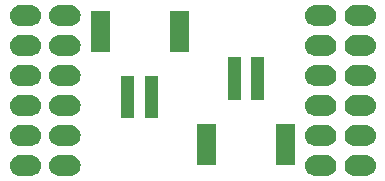
<source format=gbr>
G04 #@! TF.GenerationSoftware,KiCad,Pcbnew,5.1.4+dfsg1-1*
G04 #@! TF.CreationDate,2019-11-09T04:53:54-08:00*
G04 #@! TF.ProjectId,pmod-level-conv,706d6f64-2d6c-4657-9665-6c2d636f6e76,rev?*
G04 #@! TF.SameCoordinates,PX5095e20PY5204180*
G04 #@! TF.FileFunction,Soldermask,Bot*
G04 #@! TF.FilePolarity,Negative*
%FSLAX46Y46*%
G04 Gerber Fmt 4.6, Leading zero omitted, Abs format (unit mm)*
G04 Created by KiCad (PCBNEW 5.1.4+dfsg1-1) date 2019-11-09 04:53:54*
%MOMM*%
%LPD*%
G04 APERTURE LIST*
%ADD10C,0.100000*%
G04 APERTURE END LIST*
D10*
G36*
X5700442Y2544482D02*
G01*
X5766627Y2537963D01*
X5936466Y2486443D01*
X6092991Y2402778D01*
X6128729Y2373448D01*
X6230186Y2290186D01*
X6313448Y2188729D01*
X6342778Y2152991D01*
X6426443Y1996466D01*
X6477963Y1826627D01*
X6495359Y1650000D01*
X6477963Y1473373D01*
X6426443Y1303534D01*
X6342778Y1147009D01*
X6313448Y1111271D01*
X6230186Y1009814D01*
X6128729Y926552D01*
X6092991Y897222D01*
X5936466Y813557D01*
X5766627Y762037D01*
X5700443Y755519D01*
X5634260Y749000D01*
X4705740Y749000D01*
X4639557Y755519D01*
X4573373Y762037D01*
X4403534Y813557D01*
X4247009Y897222D01*
X4211271Y926552D01*
X4109814Y1009814D01*
X4026552Y1111271D01*
X3997222Y1147009D01*
X3913557Y1303534D01*
X3862037Y1473373D01*
X3844641Y1650000D01*
X3862037Y1826627D01*
X3913557Y1996466D01*
X3997222Y2152991D01*
X4026552Y2188729D01*
X4109814Y2290186D01*
X4211271Y2373448D01*
X4247009Y2402778D01*
X4403534Y2486443D01*
X4573373Y2537963D01*
X4639558Y2544482D01*
X4705740Y2551000D01*
X5634260Y2551000D01*
X5700442Y2544482D01*
X5700442Y2544482D01*
G37*
G36*
X27360442Y2544482D02*
G01*
X27426627Y2537963D01*
X27596466Y2486443D01*
X27752991Y2402778D01*
X27788729Y2373448D01*
X27890186Y2290186D01*
X27973448Y2188729D01*
X28002778Y2152991D01*
X28086443Y1996466D01*
X28137963Y1826627D01*
X28155359Y1650000D01*
X28137963Y1473373D01*
X28086443Y1303534D01*
X28002778Y1147009D01*
X27973448Y1111271D01*
X27890186Y1009814D01*
X27788729Y926552D01*
X27752991Y897222D01*
X27596466Y813557D01*
X27426627Y762037D01*
X27360443Y755519D01*
X27294260Y749000D01*
X26365740Y749000D01*
X26299557Y755519D01*
X26233373Y762037D01*
X26063534Y813557D01*
X25907009Y897222D01*
X25871271Y926552D01*
X25769814Y1009814D01*
X25686552Y1111271D01*
X25657222Y1147009D01*
X25573557Y1303534D01*
X25522037Y1473373D01*
X25504641Y1650000D01*
X25522037Y1826627D01*
X25573557Y1996466D01*
X25657222Y2152991D01*
X25686552Y2188729D01*
X25769814Y2290186D01*
X25871271Y2373448D01*
X25907009Y2402778D01*
X26063534Y2486443D01*
X26233373Y2537963D01*
X26299558Y2544482D01*
X26365740Y2551000D01*
X27294260Y2551000D01*
X27360442Y2544482D01*
X27360442Y2544482D01*
G37*
G36*
X30700442Y2544482D02*
G01*
X30766627Y2537963D01*
X30936466Y2486443D01*
X31092991Y2402778D01*
X31128729Y2373448D01*
X31230186Y2290186D01*
X31313448Y2188729D01*
X31342778Y2152991D01*
X31426443Y1996466D01*
X31477963Y1826627D01*
X31495359Y1650000D01*
X31477963Y1473373D01*
X31426443Y1303534D01*
X31342778Y1147009D01*
X31313448Y1111271D01*
X31230186Y1009814D01*
X31128729Y926552D01*
X31092991Y897222D01*
X30936466Y813557D01*
X30766627Y762037D01*
X30700443Y755519D01*
X30634260Y749000D01*
X29705740Y749000D01*
X29639557Y755519D01*
X29573373Y762037D01*
X29403534Y813557D01*
X29247009Y897222D01*
X29211271Y926552D01*
X29109814Y1009814D01*
X29026552Y1111271D01*
X28997222Y1147009D01*
X28913557Y1303534D01*
X28862037Y1473373D01*
X28844641Y1650000D01*
X28862037Y1826627D01*
X28913557Y1996466D01*
X28997222Y2152991D01*
X29026552Y2188729D01*
X29109814Y2290186D01*
X29211271Y2373448D01*
X29247009Y2402778D01*
X29403534Y2486443D01*
X29573373Y2537963D01*
X29639558Y2544482D01*
X29705740Y2551000D01*
X30634260Y2551000D01*
X30700442Y2544482D01*
X30700442Y2544482D01*
G37*
G36*
X2360442Y2544482D02*
G01*
X2426627Y2537963D01*
X2596466Y2486443D01*
X2752991Y2402778D01*
X2788729Y2373448D01*
X2890186Y2290186D01*
X2973448Y2188729D01*
X3002778Y2152991D01*
X3086443Y1996466D01*
X3137963Y1826627D01*
X3155359Y1650000D01*
X3137963Y1473373D01*
X3086443Y1303534D01*
X3002778Y1147009D01*
X2973448Y1111271D01*
X2890186Y1009814D01*
X2788729Y926552D01*
X2752991Y897222D01*
X2596466Y813557D01*
X2426627Y762037D01*
X2360443Y755519D01*
X2294260Y749000D01*
X1365740Y749000D01*
X1299557Y755519D01*
X1233373Y762037D01*
X1063534Y813557D01*
X907009Y897222D01*
X871271Y926552D01*
X769814Y1009814D01*
X686552Y1111271D01*
X657222Y1147009D01*
X573557Y1303534D01*
X522037Y1473373D01*
X504641Y1650000D01*
X522037Y1826627D01*
X573557Y1996466D01*
X657222Y2152991D01*
X686552Y2188729D01*
X769814Y2290186D01*
X871271Y2373448D01*
X907009Y2402778D01*
X1063534Y2486443D01*
X1233373Y2537963D01*
X1299558Y2544482D01*
X1365740Y2551000D01*
X2294260Y2551000D01*
X2360442Y2544482D01*
X2360442Y2544482D01*
G37*
G36*
X24651000Y1699000D02*
G01*
X23049000Y1699000D01*
X23049000Y5201000D01*
X24651000Y5201000D01*
X24651000Y1699000D01*
X24651000Y1699000D01*
G37*
G36*
X17951000Y1699000D02*
G01*
X16349000Y1699000D01*
X16349000Y5201000D01*
X17951000Y5201000D01*
X17951000Y1699000D01*
X17951000Y1699000D01*
G37*
G36*
X5700443Y5084481D02*
G01*
X5766627Y5077963D01*
X5936466Y5026443D01*
X6092991Y4942778D01*
X6128729Y4913448D01*
X6230186Y4830186D01*
X6313448Y4728729D01*
X6342778Y4692991D01*
X6426443Y4536466D01*
X6477963Y4366627D01*
X6495359Y4190000D01*
X6477963Y4013373D01*
X6426443Y3843534D01*
X6342778Y3687009D01*
X6313448Y3651271D01*
X6230186Y3549814D01*
X6128729Y3466552D01*
X6092991Y3437222D01*
X5936466Y3353557D01*
X5766627Y3302037D01*
X5700443Y3295519D01*
X5634260Y3289000D01*
X4705740Y3289000D01*
X4639557Y3295519D01*
X4573373Y3302037D01*
X4403534Y3353557D01*
X4247009Y3437222D01*
X4211271Y3466552D01*
X4109814Y3549814D01*
X4026552Y3651271D01*
X3997222Y3687009D01*
X3913557Y3843534D01*
X3862037Y4013373D01*
X3844641Y4190000D01*
X3862037Y4366627D01*
X3913557Y4536466D01*
X3997222Y4692991D01*
X4026552Y4728729D01*
X4109814Y4830186D01*
X4211271Y4913448D01*
X4247009Y4942778D01*
X4403534Y5026443D01*
X4573373Y5077963D01*
X4639557Y5084481D01*
X4705740Y5091000D01*
X5634260Y5091000D01*
X5700443Y5084481D01*
X5700443Y5084481D01*
G37*
G36*
X27360443Y5084481D02*
G01*
X27426627Y5077963D01*
X27596466Y5026443D01*
X27752991Y4942778D01*
X27788729Y4913448D01*
X27890186Y4830186D01*
X27973448Y4728729D01*
X28002778Y4692991D01*
X28086443Y4536466D01*
X28137963Y4366627D01*
X28155359Y4190000D01*
X28137963Y4013373D01*
X28086443Y3843534D01*
X28002778Y3687009D01*
X27973448Y3651271D01*
X27890186Y3549814D01*
X27788729Y3466552D01*
X27752991Y3437222D01*
X27596466Y3353557D01*
X27426627Y3302037D01*
X27360443Y3295519D01*
X27294260Y3289000D01*
X26365740Y3289000D01*
X26299557Y3295519D01*
X26233373Y3302037D01*
X26063534Y3353557D01*
X25907009Y3437222D01*
X25871271Y3466552D01*
X25769814Y3549814D01*
X25686552Y3651271D01*
X25657222Y3687009D01*
X25573557Y3843534D01*
X25522037Y4013373D01*
X25504641Y4190000D01*
X25522037Y4366627D01*
X25573557Y4536466D01*
X25657222Y4692991D01*
X25686552Y4728729D01*
X25769814Y4830186D01*
X25871271Y4913448D01*
X25907009Y4942778D01*
X26063534Y5026443D01*
X26233373Y5077963D01*
X26299557Y5084481D01*
X26365740Y5091000D01*
X27294260Y5091000D01*
X27360443Y5084481D01*
X27360443Y5084481D01*
G37*
G36*
X30700443Y5084481D02*
G01*
X30766627Y5077963D01*
X30936466Y5026443D01*
X31092991Y4942778D01*
X31128729Y4913448D01*
X31230186Y4830186D01*
X31313448Y4728729D01*
X31342778Y4692991D01*
X31426443Y4536466D01*
X31477963Y4366627D01*
X31495359Y4190000D01*
X31477963Y4013373D01*
X31426443Y3843534D01*
X31342778Y3687009D01*
X31313448Y3651271D01*
X31230186Y3549814D01*
X31128729Y3466552D01*
X31092991Y3437222D01*
X30936466Y3353557D01*
X30766627Y3302037D01*
X30700443Y3295519D01*
X30634260Y3289000D01*
X29705740Y3289000D01*
X29639557Y3295519D01*
X29573373Y3302037D01*
X29403534Y3353557D01*
X29247009Y3437222D01*
X29211271Y3466552D01*
X29109814Y3549814D01*
X29026552Y3651271D01*
X28997222Y3687009D01*
X28913557Y3843534D01*
X28862037Y4013373D01*
X28844641Y4190000D01*
X28862037Y4366627D01*
X28913557Y4536466D01*
X28997222Y4692991D01*
X29026552Y4728729D01*
X29109814Y4830186D01*
X29211271Y4913448D01*
X29247009Y4942778D01*
X29403534Y5026443D01*
X29573373Y5077963D01*
X29639557Y5084481D01*
X29705740Y5091000D01*
X30634260Y5091000D01*
X30700443Y5084481D01*
X30700443Y5084481D01*
G37*
G36*
X2360443Y5084481D02*
G01*
X2426627Y5077963D01*
X2596466Y5026443D01*
X2752991Y4942778D01*
X2788729Y4913448D01*
X2890186Y4830186D01*
X2973448Y4728729D01*
X3002778Y4692991D01*
X3086443Y4536466D01*
X3137963Y4366627D01*
X3155359Y4190000D01*
X3137963Y4013373D01*
X3086443Y3843534D01*
X3002778Y3687009D01*
X2973448Y3651271D01*
X2890186Y3549814D01*
X2788729Y3466552D01*
X2752991Y3437222D01*
X2596466Y3353557D01*
X2426627Y3302037D01*
X2360443Y3295519D01*
X2294260Y3289000D01*
X1365740Y3289000D01*
X1299557Y3295519D01*
X1233373Y3302037D01*
X1063534Y3353557D01*
X907009Y3437222D01*
X871271Y3466552D01*
X769814Y3549814D01*
X686552Y3651271D01*
X657222Y3687009D01*
X573557Y3843534D01*
X522037Y4013373D01*
X504641Y4190000D01*
X522037Y4366627D01*
X573557Y4536466D01*
X657222Y4692991D01*
X686552Y4728729D01*
X769814Y4830186D01*
X871271Y4913448D01*
X907009Y4942778D01*
X1063534Y5026443D01*
X1233373Y5077963D01*
X1299557Y5084481D01*
X1365740Y5091000D01*
X2294260Y5091000D01*
X2360443Y5084481D01*
X2360443Y5084481D01*
G37*
G36*
X11051000Y5649000D02*
G01*
X9949000Y5649000D01*
X9949000Y9251000D01*
X11051000Y9251000D01*
X11051000Y5649000D01*
X11051000Y5649000D01*
G37*
G36*
X13051000Y5649000D02*
G01*
X11949000Y5649000D01*
X11949000Y9251000D01*
X13051000Y9251000D01*
X13051000Y5649000D01*
X13051000Y5649000D01*
G37*
G36*
X30700442Y7624482D02*
G01*
X30766627Y7617963D01*
X30936466Y7566443D01*
X31092991Y7482778D01*
X31128729Y7453448D01*
X31230186Y7370186D01*
X31313448Y7268729D01*
X31342778Y7232991D01*
X31426443Y7076466D01*
X31477963Y6906627D01*
X31495359Y6730000D01*
X31477963Y6553373D01*
X31426443Y6383534D01*
X31342778Y6227009D01*
X31313448Y6191271D01*
X31230186Y6089814D01*
X31128729Y6006552D01*
X31092991Y5977222D01*
X30936466Y5893557D01*
X30766627Y5842037D01*
X30700442Y5835518D01*
X30634260Y5829000D01*
X29705740Y5829000D01*
X29639558Y5835518D01*
X29573373Y5842037D01*
X29403534Y5893557D01*
X29247009Y5977222D01*
X29211271Y6006552D01*
X29109814Y6089814D01*
X29026552Y6191271D01*
X28997222Y6227009D01*
X28913557Y6383534D01*
X28862037Y6553373D01*
X28844641Y6730000D01*
X28862037Y6906627D01*
X28913557Y7076466D01*
X28997222Y7232991D01*
X29026552Y7268729D01*
X29109814Y7370186D01*
X29211271Y7453448D01*
X29247009Y7482778D01*
X29403534Y7566443D01*
X29573373Y7617963D01*
X29639558Y7624482D01*
X29705740Y7631000D01*
X30634260Y7631000D01*
X30700442Y7624482D01*
X30700442Y7624482D01*
G37*
G36*
X27360442Y7624482D02*
G01*
X27426627Y7617963D01*
X27596466Y7566443D01*
X27752991Y7482778D01*
X27788729Y7453448D01*
X27890186Y7370186D01*
X27973448Y7268729D01*
X28002778Y7232991D01*
X28086443Y7076466D01*
X28137963Y6906627D01*
X28155359Y6730000D01*
X28137963Y6553373D01*
X28086443Y6383534D01*
X28002778Y6227009D01*
X27973448Y6191271D01*
X27890186Y6089814D01*
X27788729Y6006552D01*
X27752991Y5977222D01*
X27596466Y5893557D01*
X27426627Y5842037D01*
X27360442Y5835518D01*
X27294260Y5829000D01*
X26365740Y5829000D01*
X26299558Y5835518D01*
X26233373Y5842037D01*
X26063534Y5893557D01*
X25907009Y5977222D01*
X25871271Y6006552D01*
X25769814Y6089814D01*
X25686552Y6191271D01*
X25657222Y6227009D01*
X25573557Y6383534D01*
X25522037Y6553373D01*
X25504641Y6730000D01*
X25522037Y6906627D01*
X25573557Y7076466D01*
X25657222Y7232991D01*
X25686552Y7268729D01*
X25769814Y7370186D01*
X25871271Y7453448D01*
X25907009Y7482778D01*
X26063534Y7566443D01*
X26233373Y7617963D01*
X26299558Y7624482D01*
X26365740Y7631000D01*
X27294260Y7631000D01*
X27360442Y7624482D01*
X27360442Y7624482D01*
G37*
G36*
X5700442Y7624482D02*
G01*
X5766627Y7617963D01*
X5936466Y7566443D01*
X6092991Y7482778D01*
X6128729Y7453448D01*
X6230186Y7370186D01*
X6313448Y7268729D01*
X6342778Y7232991D01*
X6426443Y7076466D01*
X6477963Y6906627D01*
X6495359Y6730000D01*
X6477963Y6553373D01*
X6426443Y6383534D01*
X6342778Y6227009D01*
X6313448Y6191271D01*
X6230186Y6089814D01*
X6128729Y6006552D01*
X6092991Y5977222D01*
X5936466Y5893557D01*
X5766627Y5842037D01*
X5700442Y5835518D01*
X5634260Y5829000D01*
X4705740Y5829000D01*
X4639558Y5835518D01*
X4573373Y5842037D01*
X4403534Y5893557D01*
X4247009Y5977222D01*
X4211271Y6006552D01*
X4109814Y6089814D01*
X4026552Y6191271D01*
X3997222Y6227009D01*
X3913557Y6383534D01*
X3862037Y6553373D01*
X3844641Y6730000D01*
X3862037Y6906627D01*
X3913557Y7076466D01*
X3997222Y7232991D01*
X4026552Y7268729D01*
X4109814Y7370186D01*
X4211271Y7453448D01*
X4247009Y7482778D01*
X4403534Y7566443D01*
X4573373Y7617963D01*
X4639558Y7624482D01*
X4705740Y7631000D01*
X5634260Y7631000D01*
X5700442Y7624482D01*
X5700442Y7624482D01*
G37*
G36*
X2360442Y7624482D02*
G01*
X2426627Y7617963D01*
X2596466Y7566443D01*
X2752991Y7482778D01*
X2788729Y7453448D01*
X2890186Y7370186D01*
X2973448Y7268729D01*
X3002778Y7232991D01*
X3086443Y7076466D01*
X3137963Y6906627D01*
X3155359Y6730000D01*
X3137963Y6553373D01*
X3086443Y6383534D01*
X3002778Y6227009D01*
X2973448Y6191271D01*
X2890186Y6089814D01*
X2788729Y6006552D01*
X2752991Y5977222D01*
X2596466Y5893557D01*
X2426627Y5842037D01*
X2360442Y5835518D01*
X2294260Y5829000D01*
X1365740Y5829000D01*
X1299558Y5835518D01*
X1233373Y5842037D01*
X1063534Y5893557D01*
X907009Y5977222D01*
X871271Y6006552D01*
X769814Y6089814D01*
X686552Y6191271D01*
X657222Y6227009D01*
X573557Y6383534D01*
X522037Y6553373D01*
X504641Y6730000D01*
X522037Y6906627D01*
X573557Y7076466D01*
X657222Y7232991D01*
X686552Y7268729D01*
X769814Y7370186D01*
X871271Y7453448D01*
X907009Y7482778D01*
X1063534Y7566443D01*
X1233373Y7617963D01*
X1299558Y7624482D01*
X1365740Y7631000D01*
X2294260Y7631000D01*
X2360442Y7624482D01*
X2360442Y7624482D01*
G37*
G36*
X20051000Y7199000D02*
G01*
X18949000Y7199000D01*
X18949000Y10801000D01*
X20051000Y10801000D01*
X20051000Y7199000D01*
X20051000Y7199000D01*
G37*
G36*
X22051000Y7199000D02*
G01*
X20949000Y7199000D01*
X20949000Y10801000D01*
X22051000Y10801000D01*
X22051000Y7199000D01*
X22051000Y7199000D01*
G37*
G36*
X2360443Y10164481D02*
G01*
X2426627Y10157963D01*
X2596466Y10106443D01*
X2752991Y10022778D01*
X2788729Y9993448D01*
X2890186Y9910186D01*
X2973448Y9808729D01*
X3002778Y9772991D01*
X3086443Y9616466D01*
X3137963Y9446627D01*
X3155359Y9270000D01*
X3137963Y9093373D01*
X3086443Y8923534D01*
X3002778Y8767009D01*
X2973448Y8731271D01*
X2890186Y8629814D01*
X2788729Y8546552D01*
X2752991Y8517222D01*
X2596466Y8433557D01*
X2426627Y8382037D01*
X2360443Y8375519D01*
X2294260Y8369000D01*
X1365740Y8369000D01*
X1299557Y8375519D01*
X1233373Y8382037D01*
X1063534Y8433557D01*
X907009Y8517222D01*
X871271Y8546552D01*
X769814Y8629814D01*
X686552Y8731271D01*
X657222Y8767009D01*
X573557Y8923534D01*
X522037Y9093373D01*
X504641Y9270000D01*
X522037Y9446627D01*
X573557Y9616466D01*
X657222Y9772991D01*
X686552Y9808729D01*
X769814Y9910186D01*
X871271Y9993448D01*
X907009Y10022778D01*
X1063534Y10106443D01*
X1233373Y10157963D01*
X1299557Y10164481D01*
X1365740Y10171000D01*
X2294260Y10171000D01*
X2360443Y10164481D01*
X2360443Y10164481D01*
G37*
G36*
X5700443Y10164481D02*
G01*
X5766627Y10157963D01*
X5936466Y10106443D01*
X6092991Y10022778D01*
X6128729Y9993448D01*
X6230186Y9910186D01*
X6313448Y9808729D01*
X6342778Y9772991D01*
X6426443Y9616466D01*
X6477963Y9446627D01*
X6495359Y9270000D01*
X6477963Y9093373D01*
X6426443Y8923534D01*
X6342778Y8767009D01*
X6313448Y8731271D01*
X6230186Y8629814D01*
X6128729Y8546552D01*
X6092991Y8517222D01*
X5936466Y8433557D01*
X5766627Y8382037D01*
X5700443Y8375519D01*
X5634260Y8369000D01*
X4705740Y8369000D01*
X4639557Y8375519D01*
X4573373Y8382037D01*
X4403534Y8433557D01*
X4247009Y8517222D01*
X4211271Y8546552D01*
X4109814Y8629814D01*
X4026552Y8731271D01*
X3997222Y8767009D01*
X3913557Y8923534D01*
X3862037Y9093373D01*
X3844641Y9270000D01*
X3862037Y9446627D01*
X3913557Y9616466D01*
X3997222Y9772991D01*
X4026552Y9808729D01*
X4109814Y9910186D01*
X4211271Y9993448D01*
X4247009Y10022778D01*
X4403534Y10106443D01*
X4573373Y10157963D01*
X4639557Y10164481D01*
X4705740Y10171000D01*
X5634260Y10171000D01*
X5700443Y10164481D01*
X5700443Y10164481D01*
G37*
G36*
X27360443Y10164481D02*
G01*
X27426627Y10157963D01*
X27596466Y10106443D01*
X27752991Y10022778D01*
X27788729Y9993448D01*
X27890186Y9910186D01*
X27973448Y9808729D01*
X28002778Y9772991D01*
X28086443Y9616466D01*
X28137963Y9446627D01*
X28155359Y9270000D01*
X28137963Y9093373D01*
X28086443Y8923534D01*
X28002778Y8767009D01*
X27973448Y8731271D01*
X27890186Y8629814D01*
X27788729Y8546552D01*
X27752991Y8517222D01*
X27596466Y8433557D01*
X27426627Y8382037D01*
X27360443Y8375519D01*
X27294260Y8369000D01*
X26365740Y8369000D01*
X26299557Y8375519D01*
X26233373Y8382037D01*
X26063534Y8433557D01*
X25907009Y8517222D01*
X25871271Y8546552D01*
X25769814Y8629814D01*
X25686552Y8731271D01*
X25657222Y8767009D01*
X25573557Y8923534D01*
X25522037Y9093373D01*
X25504641Y9270000D01*
X25522037Y9446627D01*
X25573557Y9616466D01*
X25657222Y9772991D01*
X25686552Y9808729D01*
X25769814Y9910186D01*
X25871271Y9993448D01*
X25907009Y10022778D01*
X26063534Y10106443D01*
X26233373Y10157963D01*
X26299557Y10164481D01*
X26365740Y10171000D01*
X27294260Y10171000D01*
X27360443Y10164481D01*
X27360443Y10164481D01*
G37*
G36*
X30700443Y10164481D02*
G01*
X30766627Y10157963D01*
X30936466Y10106443D01*
X31092991Y10022778D01*
X31128729Y9993448D01*
X31230186Y9910186D01*
X31313448Y9808729D01*
X31342778Y9772991D01*
X31426443Y9616466D01*
X31477963Y9446627D01*
X31495359Y9270000D01*
X31477963Y9093373D01*
X31426443Y8923534D01*
X31342778Y8767009D01*
X31313448Y8731271D01*
X31230186Y8629814D01*
X31128729Y8546552D01*
X31092991Y8517222D01*
X30936466Y8433557D01*
X30766627Y8382037D01*
X30700443Y8375519D01*
X30634260Y8369000D01*
X29705740Y8369000D01*
X29639557Y8375519D01*
X29573373Y8382037D01*
X29403534Y8433557D01*
X29247009Y8517222D01*
X29211271Y8546552D01*
X29109814Y8629814D01*
X29026552Y8731271D01*
X28997222Y8767009D01*
X28913557Y8923534D01*
X28862037Y9093373D01*
X28844641Y9270000D01*
X28862037Y9446627D01*
X28913557Y9616466D01*
X28997222Y9772991D01*
X29026552Y9808729D01*
X29109814Y9910186D01*
X29211271Y9993448D01*
X29247009Y10022778D01*
X29403534Y10106443D01*
X29573373Y10157963D01*
X29639557Y10164481D01*
X29705740Y10171000D01*
X30634260Y10171000D01*
X30700443Y10164481D01*
X30700443Y10164481D01*
G37*
G36*
X2360442Y12704482D02*
G01*
X2426627Y12697963D01*
X2596466Y12646443D01*
X2752991Y12562778D01*
X2788729Y12533448D01*
X2890186Y12450186D01*
X2973448Y12348729D01*
X3002778Y12312991D01*
X3086443Y12156466D01*
X3137963Y11986627D01*
X3155359Y11810000D01*
X3137963Y11633373D01*
X3086443Y11463534D01*
X3002778Y11307009D01*
X2973448Y11271271D01*
X2890186Y11169814D01*
X2788729Y11086552D01*
X2752991Y11057222D01*
X2596466Y10973557D01*
X2426627Y10922037D01*
X2360443Y10915519D01*
X2294260Y10909000D01*
X1365740Y10909000D01*
X1299557Y10915519D01*
X1233373Y10922037D01*
X1063534Y10973557D01*
X907009Y11057222D01*
X871271Y11086552D01*
X769814Y11169814D01*
X686552Y11271271D01*
X657222Y11307009D01*
X573557Y11463534D01*
X522037Y11633373D01*
X504641Y11810000D01*
X522037Y11986627D01*
X573557Y12156466D01*
X657222Y12312991D01*
X686552Y12348729D01*
X769814Y12450186D01*
X871271Y12533448D01*
X907009Y12562778D01*
X1063534Y12646443D01*
X1233373Y12697963D01*
X1299558Y12704482D01*
X1365740Y12711000D01*
X2294260Y12711000D01*
X2360442Y12704482D01*
X2360442Y12704482D01*
G37*
G36*
X30700442Y12704482D02*
G01*
X30766627Y12697963D01*
X30936466Y12646443D01*
X31092991Y12562778D01*
X31128729Y12533448D01*
X31230186Y12450186D01*
X31313448Y12348729D01*
X31342778Y12312991D01*
X31426443Y12156466D01*
X31477963Y11986627D01*
X31495359Y11810000D01*
X31477963Y11633373D01*
X31426443Y11463534D01*
X31342778Y11307009D01*
X31313448Y11271271D01*
X31230186Y11169814D01*
X31128729Y11086552D01*
X31092991Y11057222D01*
X30936466Y10973557D01*
X30766627Y10922037D01*
X30700443Y10915519D01*
X30634260Y10909000D01*
X29705740Y10909000D01*
X29639557Y10915519D01*
X29573373Y10922037D01*
X29403534Y10973557D01*
X29247009Y11057222D01*
X29211271Y11086552D01*
X29109814Y11169814D01*
X29026552Y11271271D01*
X28997222Y11307009D01*
X28913557Y11463534D01*
X28862037Y11633373D01*
X28844641Y11810000D01*
X28862037Y11986627D01*
X28913557Y12156466D01*
X28997222Y12312991D01*
X29026552Y12348729D01*
X29109814Y12450186D01*
X29211271Y12533448D01*
X29247009Y12562778D01*
X29403534Y12646443D01*
X29573373Y12697963D01*
X29639558Y12704482D01*
X29705740Y12711000D01*
X30634260Y12711000D01*
X30700442Y12704482D01*
X30700442Y12704482D01*
G37*
G36*
X27360442Y12704482D02*
G01*
X27426627Y12697963D01*
X27596466Y12646443D01*
X27752991Y12562778D01*
X27788729Y12533448D01*
X27890186Y12450186D01*
X27973448Y12348729D01*
X28002778Y12312991D01*
X28086443Y12156466D01*
X28137963Y11986627D01*
X28155359Y11810000D01*
X28137963Y11633373D01*
X28086443Y11463534D01*
X28002778Y11307009D01*
X27973448Y11271271D01*
X27890186Y11169814D01*
X27788729Y11086552D01*
X27752991Y11057222D01*
X27596466Y10973557D01*
X27426627Y10922037D01*
X27360443Y10915519D01*
X27294260Y10909000D01*
X26365740Y10909000D01*
X26299557Y10915519D01*
X26233373Y10922037D01*
X26063534Y10973557D01*
X25907009Y11057222D01*
X25871271Y11086552D01*
X25769814Y11169814D01*
X25686552Y11271271D01*
X25657222Y11307009D01*
X25573557Y11463534D01*
X25522037Y11633373D01*
X25504641Y11810000D01*
X25522037Y11986627D01*
X25573557Y12156466D01*
X25657222Y12312991D01*
X25686552Y12348729D01*
X25769814Y12450186D01*
X25871271Y12533448D01*
X25907009Y12562778D01*
X26063534Y12646443D01*
X26233373Y12697963D01*
X26299558Y12704482D01*
X26365740Y12711000D01*
X27294260Y12711000D01*
X27360442Y12704482D01*
X27360442Y12704482D01*
G37*
G36*
X5700442Y12704482D02*
G01*
X5766627Y12697963D01*
X5936466Y12646443D01*
X6092991Y12562778D01*
X6128729Y12533448D01*
X6230186Y12450186D01*
X6313448Y12348729D01*
X6342778Y12312991D01*
X6426443Y12156466D01*
X6477963Y11986627D01*
X6495359Y11810000D01*
X6477963Y11633373D01*
X6426443Y11463534D01*
X6342778Y11307009D01*
X6313448Y11271271D01*
X6230186Y11169814D01*
X6128729Y11086552D01*
X6092991Y11057222D01*
X5936466Y10973557D01*
X5766627Y10922037D01*
X5700443Y10915519D01*
X5634260Y10909000D01*
X4705740Y10909000D01*
X4639557Y10915519D01*
X4573373Y10922037D01*
X4403534Y10973557D01*
X4247009Y11057222D01*
X4211271Y11086552D01*
X4109814Y11169814D01*
X4026552Y11271271D01*
X3997222Y11307009D01*
X3913557Y11463534D01*
X3862037Y11633373D01*
X3844641Y11810000D01*
X3862037Y11986627D01*
X3913557Y12156466D01*
X3997222Y12312991D01*
X4026552Y12348729D01*
X4109814Y12450186D01*
X4211271Y12533448D01*
X4247009Y12562778D01*
X4403534Y12646443D01*
X4573373Y12697963D01*
X4639558Y12704482D01*
X4705740Y12711000D01*
X5634260Y12711000D01*
X5700442Y12704482D01*
X5700442Y12704482D01*
G37*
G36*
X15651000Y11249000D02*
G01*
X14049000Y11249000D01*
X14049000Y14751000D01*
X15651000Y14751000D01*
X15651000Y11249000D01*
X15651000Y11249000D01*
G37*
G36*
X8951000Y11249000D02*
G01*
X7349000Y11249000D01*
X7349000Y14751000D01*
X8951000Y14751000D01*
X8951000Y11249000D01*
X8951000Y11249000D01*
G37*
G36*
X27360443Y15244481D02*
G01*
X27426627Y15237963D01*
X27596466Y15186443D01*
X27752991Y15102778D01*
X27788729Y15073448D01*
X27890186Y14990186D01*
X27973448Y14888729D01*
X28002778Y14852991D01*
X28086443Y14696466D01*
X28137963Y14526627D01*
X28155359Y14350000D01*
X28137963Y14173373D01*
X28086443Y14003534D01*
X28002778Y13847009D01*
X27973448Y13811271D01*
X27890186Y13709814D01*
X27788729Y13626552D01*
X27752991Y13597222D01*
X27596466Y13513557D01*
X27426627Y13462037D01*
X27360442Y13455518D01*
X27294260Y13449000D01*
X26365740Y13449000D01*
X26299558Y13455518D01*
X26233373Y13462037D01*
X26063534Y13513557D01*
X25907009Y13597222D01*
X25871271Y13626552D01*
X25769814Y13709814D01*
X25686552Y13811271D01*
X25657222Y13847009D01*
X25573557Y14003534D01*
X25522037Y14173373D01*
X25504641Y14350000D01*
X25522037Y14526627D01*
X25573557Y14696466D01*
X25657222Y14852991D01*
X25686552Y14888729D01*
X25769814Y14990186D01*
X25871271Y15073448D01*
X25907009Y15102778D01*
X26063534Y15186443D01*
X26233373Y15237963D01*
X26299557Y15244481D01*
X26365740Y15251000D01*
X27294260Y15251000D01*
X27360443Y15244481D01*
X27360443Y15244481D01*
G37*
G36*
X30700443Y15244481D02*
G01*
X30766627Y15237963D01*
X30936466Y15186443D01*
X31092991Y15102778D01*
X31128729Y15073448D01*
X31230186Y14990186D01*
X31313448Y14888729D01*
X31342778Y14852991D01*
X31426443Y14696466D01*
X31477963Y14526627D01*
X31495359Y14350000D01*
X31477963Y14173373D01*
X31426443Y14003534D01*
X31342778Y13847009D01*
X31313448Y13811271D01*
X31230186Y13709814D01*
X31128729Y13626552D01*
X31092991Y13597222D01*
X30936466Y13513557D01*
X30766627Y13462037D01*
X30700442Y13455518D01*
X30634260Y13449000D01*
X29705740Y13449000D01*
X29639558Y13455518D01*
X29573373Y13462037D01*
X29403534Y13513557D01*
X29247009Y13597222D01*
X29211271Y13626552D01*
X29109814Y13709814D01*
X29026552Y13811271D01*
X28997222Y13847009D01*
X28913557Y14003534D01*
X28862037Y14173373D01*
X28844641Y14350000D01*
X28862037Y14526627D01*
X28913557Y14696466D01*
X28997222Y14852991D01*
X29026552Y14888729D01*
X29109814Y14990186D01*
X29211271Y15073448D01*
X29247009Y15102778D01*
X29403534Y15186443D01*
X29573373Y15237963D01*
X29639557Y15244481D01*
X29705740Y15251000D01*
X30634260Y15251000D01*
X30700443Y15244481D01*
X30700443Y15244481D01*
G37*
G36*
X2360443Y15244481D02*
G01*
X2426627Y15237963D01*
X2596466Y15186443D01*
X2752991Y15102778D01*
X2788729Y15073448D01*
X2890186Y14990186D01*
X2973448Y14888729D01*
X3002778Y14852991D01*
X3086443Y14696466D01*
X3137963Y14526627D01*
X3155359Y14350000D01*
X3137963Y14173373D01*
X3086443Y14003534D01*
X3002778Y13847009D01*
X2973448Y13811271D01*
X2890186Y13709814D01*
X2788729Y13626552D01*
X2752991Y13597222D01*
X2596466Y13513557D01*
X2426627Y13462037D01*
X2360442Y13455518D01*
X2294260Y13449000D01*
X1365740Y13449000D01*
X1299558Y13455518D01*
X1233373Y13462037D01*
X1063534Y13513557D01*
X907009Y13597222D01*
X871271Y13626552D01*
X769814Y13709814D01*
X686552Y13811271D01*
X657222Y13847009D01*
X573557Y14003534D01*
X522037Y14173373D01*
X504641Y14350000D01*
X522037Y14526627D01*
X573557Y14696466D01*
X657222Y14852991D01*
X686552Y14888729D01*
X769814Y14990186D01*
X871271Y15073448D01*
X907009Y15102778D01*
X1063534Y15186443D01*
X1233373Y15237963D01*
X1299557Y15244481D01*
X1365740Y15251000D01*
X2294260Y15251000D01*
X2360443Y15244481D01*
X2360443Y15244481D01*
G37*
G36*
X5700443Y15244481D02*
G01*
X5766627Y15237963D01*
X5936466Y15186443D01*
X6092991Y15102778D01*
X6128729Y15073448D01*
X6230186Y14990186D01*
X6313448Y14888729D01*
X6342778Y14852991D01*
X6426443Y14696466D01*
X6477963Y14526627D01*
X6495359Y14350000D01*
X6477963Y14173373D01*
X6426443Y14003534D01*
X6342778Y13847009D01*
X6313448Y13811271D01*
X6230186Y13709814D01*
X6128729Y13626552D01*
X6092991Y13597222D01*
X5936466Y13513557D01*
X5766627Y13462037D01*
X5700442Y13455518D01*
X5634260Y13449000D01*
X4705740Y13449000D01*
X4639558Y13455518D01*
X4573373Y13462037D01*
X4403534Y13513557D01*
X4247009Y13597222D01*
X4211271Y13626552D01*
X4109814Y13709814D01*
X4026552Y13811271D01*
X3997222Y13847009D01*
X3913557Y14003534D01*
X3862037Y14173373D01*
X3844641Y14350000D01*
X3862037Y14526627D01*
X3913557Y14696466D01*
X3997222Y14852991D01*
X4026552Y14888729D01*
X4109814Y14990186D01*
X4211271Y15073448D01*
X4247009Y15102778D01*
X4403534Y15186443D01*
X4573373Y15237963D01*
X4639557Y15244481D01*
X4705740Y15251000D01*
X5634260Y15251000D01*
X5700443Y15244481D01*
X5700443Y15244481D01*
G37*
M02*

</source>
